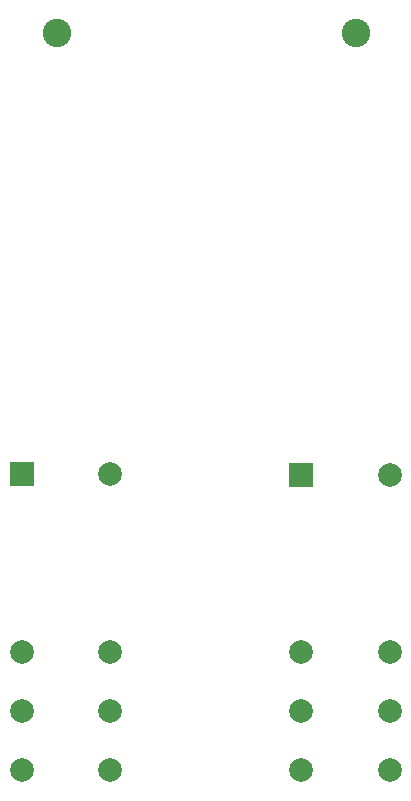
<source format=gbr>
%TF.GenerationSoftware,KiCad,Pcbnew,8.0.4*%
%TF.CreationDate,2024-08-11T17:04:56+02:00*%
%TF.ProjectId,SDCreset,53444372-6573-4657-942e-6b696361645f,rev?*%
%TF.SameCoordinates,Original*%
%TF.FileFunction,Soldermask,Bot*%
%TF.FilePolarity,Negative*%
%FSLAX46Y46*%
G04 Gerber Fmt 4.6, Leading zero omitted, Abs format (unit mm)*
G04 Created by KiCad (PCBNEW 8.0.4) date 2024-08-11 17:04:56*
%MOMM*%
%LPD*%
G01*
G04 APERTURE LIST*
%ADD10C,2.000000*%
%ADD11R,2.000000X2.000000*%
%ADD12C,2.410000*%
G04 APERTURE END LIST*
D10*
%TO.C,K1*%
X159312500Y-109962500D03*
X159312500Y-104962500D03*
X159312500Y-114962500D03*
X166812500Y-109962500D03*
X166812500Y-104962500D03*
X166812500Y-114962500D03*
D11*
X159312500Y-89962500D03*
D10*
X166812500Y-89962500D03*
%TD*%
%TO.C,K2*%
X183000000Y-110000000D03*
X183000000Y-105000000D03*
X183000000Y-115000000D03*
X190500000Y-110000000D03*
X190500000Y-105000000D03*
X190500000Y-115000000D03*
D11*
X183000000Y-90000000D03*
D10*
X190500000Y-90000000D03*
%TD*%
D12*
%TO.C,J1*%
X162350000Y-52580000D03*
X187650000Y-52580000D03*
%TD*%
M02*

</source>
